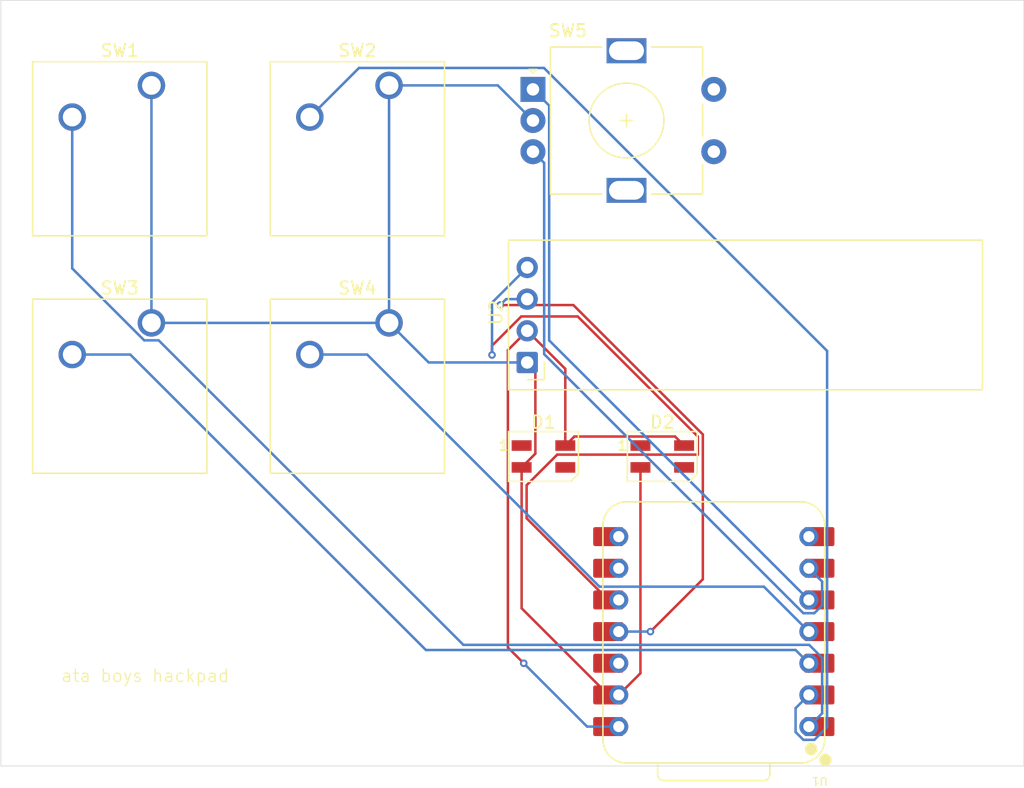
<source format=kicad_pcb>
(kicad_pcb (version 20241229) (generator "pcbnew") (generator_version "9.0")
  (layers (0 "F.Cu" signal) (2 "B.Cu" signal) (13 "F.Paste" user) (15 "B.Paste" user) (5 "F.SilkS" user "F.Silkscreen") (7 "B.SilkS" user "B.Silkscreen") (1 "F.Mask" user) (3 "B.Mask" user) (25 "Edge.Cuts" user))
  (net 0 "")
  (net 1 "GND")
  (net 2 "+5V")
  (net 3 "Net-(D1-DOUT)")
  (net 4 "Net-(D1-DIN)")
  (net 6 "Net-(U1-GPIO26_A0_D0)")
  (net 7 "Net-(U1-GPIO27_A1_D1)")
  (net 8 "Net-(U1-GPIO28_A2_D2)")
  (net 9 "Net-(U1-GPIO29_A3_D3)")
  (net 10 "Net-(U1-GPIO6_D4_SDA)")
  (net 11 "Net-(U1-GPIO7_D5_SCL)")
  (net 12 "Net-(U1-GPIO3_D10_MOSI)")
  (net 13 "Net-(U1-GPIO4_D9_MISO)")
  (footprint "Button_Switch_Keyboard:SW_Cherry_MX_1.00u_PCB" (layer "F.Cu") (at 88.265 61.595)
    (property "Reference" "SW3" (at -2.54 -2.794 0) (layer "F.SilkS"))
    (property "Value" "SW_Push")
    (fp_line (start -9.525 -1.905) (end 4.445 -1.905) (stroke (width 0.12)) (layer "F.SilkS"))
    (fp_line (start -9.525 12.065) (end -9.525 -1.905) (stroke (width 0.12)) (layer "F.SilkS"))
    (fp_line (start 4.445 -1.905) (end 4.445 12.065) (stroke (width 0.12)) (layer "F.SilkS"))
    (fp_line (start 4.445 12.065) (end -9.525 12.065) (stroke (width 0.12)) (layer "F.SilkS"))
    (pad "" np_thru_hole circle (at -7.62 5.08) (size 1.7 1.7) (drill 1.7) (layers "*.Cu" "*.Mask"))
    (pad "" np_thru_hole circle (at -2.54 5.08) (size 4 4) (drill 4) (layers "*.Cu" "*.Mask"))
    (pad "" np_thru_hole circle (at 2.54 5.08) (size 1.7 1.7) (drill 1.7) (layers "*.Cu" "*.Mask"))
    (pad "1" thru_hole circle (at 0 0) (size 2.2 2.2) (drill 1.5) (layers "*.Cu" "*.Mask") (net 1 "GND"))
    (pad "2" thru_hole circle (at -6.35 2.54) (size 2.2 2.2) (drill 1.5) (layers "*.Cu" "*.Mask") (net 8 "Net-(U1-GPIO28_A2_D2)"))
  )
  (footprint "Hackclub Footprints:XIAO-RP2040-DIP" (layer "F.Cu") (at 133.35 86.36 180)
    (property "Reference" "U1" (at -8.5 -12 180) (layer "F.SilkS") (effects (font (size 0.635 0.635) (thickness 0.1016))))
    (property "Value" "XIAO-RP2040-SMD")
    (fp_line (start 8.89 8.509) (end 8.89 -8.636) (stroke (width 0.127)) (layer "F.SilkS"))
    (fp_line (start 6.985 -10.541) (end -6.985 -10.541) (stroke (width 0.1)) (layer "F.SilkS"))
    (fp_line (start 6.985 -10.541) (end -6.985 -10.541) (stroke (width 0.127)) (layer "F.SilkS"))
    (fp_line (start 4.504 -11.451) (end 4.504 -10.541) (stroke (width 0.127)) (layer "F.SilkS"))
    (fp_line (start -3.991272 -11.951) (end 4.004 -11.951) (stroke (width 0.127)) (layer "F.SilkS"))
    (fp_line (start -4.495 -10.541) (end -4.491272 -11.451272) (stroke (width 0.127)) (layer "F.SilkS"))
    (fp_line (start -6.985 10.414) (end 6.985 10.414) (stroke (width 0.127)) (layer "F.SilkS"))
    (fp_line (start -8.89 8.509) (end -8.89 -8.636) (stroke (width 0.127)) (layer "F.SilkS"))
    (fp_arc (start 8.89 8.509) (mid 8.332038 9.856038) (end 6.985 10.414) (stroke (width 0.127)) (layer "F.SilkS"))
    (fp_arc (start 6.985 -10.541) (mid 8.332038 -9.983038) (end 8.89 -8.636) (stroke (width 0.127)) (layer "F.SilkS"))
    (fp_arc (start 4.004 -11.951) (mid 4.357553 -11.804553) (end 4.504 -11.451) (stroke (width 0.127)) (layer "F.SilkS"))
    (fp_arc (start -4.491272 -11.451272) (mid -4.344728 -11.80464) (end -3.991272 -11.951) (stroke (width 0.127)) (layer "F.SilkS"))
    (fp_arc (start -6.985 10.414) (mid -8.332038 9.856038) (end -8.89 8.509) (stroke (width 0.127)) (layer "F.SilkS"))
    (fp_arc (start -8.89 -8.636) (mid -8.332038 -9.983038) (end -6.985 -10.541) (stroke (width 0.127)) (layer "F.SilkS"))
    (fp_circle (center -7.807 -9.42) (end -7.807 -9.674) (stroke (width 0.5)) (fill yes) (layer "F.SilkS"))
    (fp_circle (center -8.95 -10.3) (end -8.95 -10.554) (stroke (width 0.5)) (fill yes) (layer "F.SilkS"))
    (pad "1" smd roundrect (at -8.455 -7.62) (size 2.432 1.524) (layers "F.Cu" "F.Mask") (roundrect_rratio 0.1) (net 6 "Net-(U1-GPIO26_A0_D0)"))
    (pad "1" thru_hole circle (at -7.62 -7.62) (size 1.524 1.524) (drill 0.889) (layers "*.Cu" "*.Mask") (net 6 "Net-(U1-GPIO26_A0_D0)"))
    (pad "2" smd roundrect (at -8.455 -5.08) (size 2.432 1.524) (layers "F.Cu" "F.Mask") (roundrect_rratio 0.1) (net 7 "Net-(U1-GPIO27_A1_D1)"))
    (pad "2" thru_hole circle (at -7.62 -5.08) (size 1.524 1.524) (drill 0.889) (layers "*.Cu" "*.Mask") (net 7 "Net-(U1-GPIO27_A1_D1)"))
    (pad "3" smd roundrect (at -8.455 -2.54) (size 2.432 1.524) (layers "F.Cu" "F.Mask") (roundrect_rratio 0.1) (net 8 "Net-(U1-GPIO28_A2_D2)"))
    (pad "3" thru_hole circle (at -7.62 -2.54) (size 1.524 1.524) (drill 0.889) (layers "*.Cu" "*.Mask") (net 8 "Net-(U1-GPIO28_A2_D2)"))
    (pad "4" smd roundrect (at -8.455 0) (size 2.432 1.524) (layers "F.Cu" "F.Mask") (roundrect_rratio 0.1) (net 9 "Net-(U1-GPIO29_A3_D3)"))
    (pad "4" thru_hole circle (at -7.62 0) (size 1.524 1.524) (drill 0.889) (layers "*.Cu" "*.Mask") (net 9 "Net-(U1-GPIO29_A3_D3)"))
    (pad "5" smd roundrect (at -8.455 2.54) (size 2.432 1.524) (layers "F.Cu" "F.Mask") (roundrect_rratio 0.1) (net 10 "Net-(U1-GPIO6_D4_SDA)"))
    (pad "5" thru_hole circle (at -7.62 2.54) (size 1.524 1.524) (drill 0.889) (layers "*.Cu" "*.Mask") (net 10 "Net-(U1-GPIO6_D4_SDA)"))
    (pad "6" smd roundrect (at -8.455 5.08) (size 2.432 1.524) (layers "F.Cu" "F.Mask") (roundrect_rratio 0.1) (net 11 "Net-(U1-GPIO7_D5_SCL)"))
    (pad "6" thru_hole circle (at -7.62 5.08) (size 1.524 1.524) (drill 0.889) (layers "*.Cu" "*.Mask") (net 11 "Net-(U1-GPIO7_D5_SCL)"))
    (pad "7" smd roundrect (at -8.455 7.62) (size 2.432 1.524) (layers "F.Cu" "F.Mask") (roundrect_rratio 0.1))
    (pad "7" thru_hole circle (at -7.62 7.62) (size 1.524 1.524) (drill 0.889) (layers "*.Cu" "*.Mask"))
    (pad "8" thru_hole circle (at 7.62 7.62 180) (size 1.524 1.524) (drill 0.889) (layers "*.Cu" "*.Mask") (net 4 "Net-(D1-DIN)"))
    (pad "8" smd roundrect (at 8.455 7.62 180) (size 2.432 1.524) (layers "F.Cu" "F.Mask") (roundrect_rratio 0.1) (net 4 "Net-(D1-DIN)"))
    (pad "9" thru_hole circle (at 7.62 5.08 180) (size 1.524 1.524) (drill 0.889) (layers "*.Cu" "*.Mask"))
    (pad "9" smd roundrect (at 8.455 5.08 180) (size 2.432 1.524) (layers "F.Cu" "F.Mask") (roundrect_rratio 0.1))
    (pad "10" thru_hole circle (at 7.62 2.54 180) (size 1.524 1.524) (drill 0.889) (layers "*.Cu" "*.Mask") (net 13 "Net-(U1-GPIO4_D9_MISO)"))
    (pad "10" smd roundrect (at 8.455 2.54 180) (size 2.432 1.524) (layers "F.Cu" "F.Mask") (roundrect_rratio 0.1) (net 13 "Net-(U1-GPIO4_D9_MISO)"))
    (pad "11" thru_hole circle (at 7.62 0 180) (size 1.524 1.524) (drill 0.889) (layers "*.Cu" "*.Mask") (net 12 "Net-(U1-GPIO3_D10_MOSI)"))
    (pad "11" smd roundrect (at 8.455 0 180) (size 2.432 1.524) (layers "F.Cu" "F.Mask") (roundrect_rratio 0.1) (net 12 "Net-(U1-GPIO3_D10_MOSI)"))
    (pad "12" thru_hole circle (at 7.62 -2.54 180) (size 1.524 1.524) (drill 0.889) (layers "*.Cu" "*.Mask"))
    (pad "12" smd roundrect (at 8.455 -2.54 180) (size 2.432 1.524) (layers "F.Cu" "F.Mask") (roundrect_rratio 0.1))
    (pad "13" thru_hole circle (at 7.62 -5.08 180) (size 1.524 1.524) (drill 0.889) (layers "*.Cu" "*.Mask") (net 1 "GND"))
    (pad "13" smd roundrect (at 8.455 -5.08 180) (size 2.432 1.524) (layers "F.Cu" "F.Mask") (roundrect_rratio 0.1) (net 1 "GND"))
    (pad "14" thru_hole circle (at 7.62 -7.62 180) (size 1.524 1.524) (drill 0.889) (layers "*.Cu" "*.Mask") (net 2 "+5V"))
    (pad "14" smd roundrect (at 8.455 -7.62 180) (size 2.432 1.524) (layers "F.Cu" "F.Mask") (roundrect_rratio 0.1) (net 2 "+5V"))
  )
  (footprint "LED_SMD:LED_SK6812MINI_PLCC4_3.5x3.5mm_P1.75mm" (layer "F.Cu") (at 129.21875 72.3125)
    (property "Reference" "D2" (at 0 -2.75 0) (layer "F.SilkS"))
    (property "Value" "SK6812MINI")
    (fp_line (start -2.8 -2) (end -2.8 2) (stroke (width 0.12)) (layer "F.SilkS"))
    (fp_line (start -2.8 -2) (end 2.8 -2) (stroke (width 0.12)) (layer "F.SilkS"))
    (fp_line (start -2.8 2) (end 2.2 2) (stroke (width 0.12)) (layer "F.SilkS"))
    (fp_line (start 2.8 1.4) (end 2.2 2) (stroke (width 0.12)) (layer "F.SilkS"))
    (fp_line (start 2.8 1.4) (end 2.8 -2) (stroke (width 0.12)) (layer "F.SilkS"))
    (fp_text user "1" (at -3.2 -0.875 0) (layer "F.SilkS") (effects (font (size 0.8 0.8))))
    (pad "1" smd rect (at -1.75 -0.875) (size 1.6 0.85) (layers "F.Cu" "F.Mask" "F.Paste"))
    (pad "2" smd rect (at -1.75 0.875) (size 1.6 0.85) (layers "F.Cu" "F.Mask" "F.Paste") (net 1 "GND"))
    (pad "3" smd rect (at 1.75 0.875) (size 1.6 0.85) (layers "F.Cu" "F.Mask" "F.Paste") (net 3 "Net-(D1-DOUT)"))
    (pad "4" smd rect (at 1.75 -0.875) (size 1.6 0.85) (layers "F.Cu" "F.Mask" "F.Paste") (net 2 "+5V"))
  )
  (footprint "Hackclub Footprints:OLED_0.91_128x32" (layer "F.Cu") (at 118.39 64.77 90)
    (property "Reference" "U2" (at 4 -2.5 90) (layer "F.SilkS"))
    (property "Value" "OLED_0.91_128x32")
    (fp_line (start -1.38 0) (end -1.38 1.38) (stroke (width 0.12)) (layer "F.SilkS"))
    (fp_line (start 0 1.38) (end -1.38 1.38) (stroke (width 0.12)) (layer "F.SilkS"))
    (fp_rect (start -2.19 -1.5) (end 9.81 36.5) (stroke (width 0.12)) (fill no) (layer "F.SilkS"))
    (pad "1" thru_hole roundrect (at 0 0 90) (size 1.7 1.7) (drill 1) (layers "*.Cu" "*.Mask") (roundrect_rratio 0.1) (net 1 "GND"))
    (pad "2" thru_hole circle (at 2.54 0 90) (size 1.7 1.7) (drill 1) (layers "*.Cu" "*.Mask") (net 2 "+5V"))
    (pad "3" thru_hole circle (at 5.08 0 90) (size 1.7 1.7) (drill 1) (layers "*.Cu" "*.Mask") (net 12 "Net-(U1-GPIO3_D10_MOSI)"))
    (pad "4" thru_hole circle (at 7.62 0 90) (size 1.7 1.7) (drill 1) (layers "*.Cu" "*.Mask") (net 13 "Net-(U1-GPIO4_D9_MISO)"))
  )
  (footprint "Button_Switch_Keyboard:SW_Cherry_MX_1.00u_PCB" (layer "F.Cu") (at 107.315 61.595)
    (property "Reference" "SW4" (at -2.54 -2.794 0) (layer "F.SilkS"))
    (property "Value" "SW_Push")
    (fp_line (start -9.525 -1.905) (end 4.445 -1.905) (stroke (width 0.12)) (layer "F.SilkS"))
    (fp_line (start -9.525 12.065) (end -9.525 -1.905) (stroke (width 0.12)) (layer "F.SilkS"))
    (fp_line (start 4.445 -1.905) (end 4.445 12.065) (stroke (width 0.12)) (layer "F.SilkS"))
    (fp_line (start 4.445 12.065) (end -9.525 12.065) (stroke (width 0.12)) (layer "F.SilkS"))
    (pad "" np_thru_hole circle (at -7.62 5.08) (size 1.7 1.7) (drill 1.7) (layers "*.Cu" "*.Mask"))
    (pad "" np_thru_hole circle (at -2.54 5.08) (size 4 4) (drill 4) (layers "*.Cu" "*.Mask"))
    (pad "" np_thru_hole circle (at 2.54 5.08) (size 1.7 1.7) (drill 1.7) (layers "*.Cu" "*.Mask"))
    (pad "1" thru_hole circle (at 0 0) (size 2.2 2.2) (drill 1.5) (layers "*.Cu" "*.Mask") (net 1 "GND"))
    (pad "2" thru_hole circle (at -6.35 2.54) (size 2.2 2.2) (drill 1.5) (layers "*.Cu" "*.Mask") (net 9 "Net-(U1-GPIO29_A3_D3)"))
  )
  (footprint "Rotary_Encoder:RotaryEncoder_Alps_EC11E-Switch_Vertical_H20mm" (layer "F.Cu") (at 118.85 42.8625)
    (property "Reference" "SW5" (at 2.8 -4.7 0) (layer "F.SilkS"))
    (property "Value" "RotaryEncoder")
    (fp_line (start -0.3 -1.6) (end 0.3 -1.6) (stroke (width 0.12)) (layer "F.SilkS"))
    (fp_line (start 0 -1.3) (end -0.3 -1.6) (stroke (width 0.12)) (layer "F.SilkS"))
    (fp_line (start 0.3 -1.6) (end 0 -1.3) (stroke (width 0.12)) (layer "F.SilkS"))
    (fp_line (start 1.4 -3.4) (end 1.4 8.4) (stroke (width 0.12)) (layer "F.SilkS"))
    (fp_line (start 5.5 -3.4) (end 1.4 -3.4) (stroke (width 0.12)) (layer "F.SilkS"))
    (fp_line (start 5.5 8.4) (end 1.4 8.4) (stroke (width 0.12)) (layer "F.SilkS"))
    (fp_line (start 7 2.5) (end 8 2.5) (stroke (width 0.12)) (layer "F.SilkS"))
    (fp_line (start 7.5 2) (end 7.5 3) (stroke (width 0.12)) (layer "F.SilkS"))
    (fp_line (start 9.5 -3.4) (end 13.6 -3.4) (stroke (width 0.12)) (layer "F.SilkS"))
    (fp_line (start 13.6 -3.4) (end 13.6 -1) (stroke (width 0.12)) (layer "F.SilkS"))
    (fp_line (start 13.6 1.2) (end 13.6 3.8) (stroke (width 0.12)) (layer "F.SilkS"))
    (fp_line (start 13.6 6) (end 13.6 8.4) (stroke (width 0.12)) (layer "F.SilkS"))
    (fp_line (start 13.6 8.4) (end 9.5 8.4) (stroke (width 0.12)) (layer "F.SilkS"))
    (fp_circle (center 7.5 2.5) (end 10.5 2.5) (stroke (width 0.12)) (fill no) (layer "F.SilkS"))
    (pad "A" thru_hole rect (at 0 0) (size 2 2) (drill 1) (layers "*.Cu" "*.Mask") (net 10 "Net-(U1-GPIO6_D4_SDA)"))
    (pad "B" thru_hole circle (at 0 5) (size 2 2) (drill 1) (layers "*.Cu" "*.Mask") (net 11 "Net-(U1-GPIO7_D5_SCL)"))
    (pad "C" thru_hole circle (at 0 2.5) (size 2 2) (drill 1) (layers "*.Cu" "*.Mask") (net 1 "GND"))
    (pad "MP" thru_hole rect (at 7.5 -3.1) (size 3.2 2) (drill oval 2.8 1.5) (layers "*.Cu" "*.Mask"))
    (pad "MP" thru_hole rect (at 7.5 8.1) (size 3.2 2) (drill oval 2.8 1.5) (layers "*.Cu" "*.Mask"))
    (pad "S1" thru_hole circle (at 14.5 5) (size 2 2) (drill 1) (layers "*.Cu" "*.Mask"))
    (pad "S2" thru_hole circle (at 14.5 0) (size 2 2) (drill 1) (layers "*.Cu" "*.Mask"))
  )
  (footprint "LED_SMD:LED_SK6812MINI_PLCC4_3.5x3.5mm_P1.75mm" (layer "F.Cu") (at 119.69375 72.3125)
    (property "Reference" "D1" (at 0 -2.75 0) (layer "F.SilkS"))
    (property "Value" "SK6812MINI")
    (fp_line (start -2.8 -2) (end -2.8 2) (stroke (width 0.12)) (layer "F.SilkS"))
    (fp_line (start -2.8 -2) (end 2.8 -2) (stroke (width 0.12)) (layer "F.SilkS"))
    (fp_line (start -2.8 2) (end 2.2 2) (stroke (width 0.12)) (layer "F.SilkS"))
    (fp_line (start 2.8 1.4) (end 2.2 2) (stroke (width 0.12)) (layer "F.SilkS"))
    (fp_line (start 2.8 1.4) (end 2.8 -2) (stroke (width 0.12)) (layer "F.SilkS"))
    (fp_text user "1" (at -3.2 -0.875 0) (layer "F.SilkS") (effects (font (size 0.8 0.8))))
    (pad "1" smd rect (at -1.75 -0.875) (size 1.6 0.85) (layers "F.Cu" "F.Mask" "F.Paste") (net 3 "Net-(D1-DOUT)"))
    (pad "2" smd rect (at -1.75 0.875) (size 1.6 0.85) (layers "F.Cu" "F.Mask" "F.Paste") (net 1 "GND"))
    (pad "3" smd rect (at 1.75 0.875) (size 1.6 0.85) (layers "F.Cu" "F.Mask" "F.Paste") (net 4 "Net-(D1-DIN)"))
    (pad "4" smd rect (at 1.75 -0.875) (size 1.6 0.85) (layers "F.Cu" "F.Mask" "F.Paste") (net 2 "+5V"))
  )
  (footprint "Button_Switch_Keyboard:SW_Cherry_MX_1.00u_PCB" (layer "F.Cu") (at 88.265 42.545)
    (property "Reference" "SW1" (at -2.54 -2.794 0) (layer "F.SilkS"))
    (property "Value" "SW_Push")
    (fp_line (start -9.525 -1.905) (end 4.445 -1.905) (stroke (width 0.12)) (layer "F.SilkS"))
    (fp_line (start -9.525 12.065) (end -9.525 -1.905) (stroke (width 0.12)) (layer "F.SilkS"))
    (fp_line (start 4.445 -1.905) (end 4.445 12.065) (stroke (width 0.12)) (layer "F.SilkS"))
    (fp_line (start 4.445 12.065) (end -9.525 12.065) (stroke (width 0.12)) (layer "F.SilkS"))
    (pad "" np_thru_hole circle (at -7.62 5.08) (size 1.7 1.7) (drill 1.7) (layers "*.Cu" "*.Mask"))
    (pad "" np_thru_hole circle (at -2.54 5.08) (size 4 4) (drill 4) (layers "*.Cu" "*.Mask"))
    (pad "" np_thru_hole circle (at 2.54 5.08) (size 1.7 1.7) (drill 1.7) (layers "*.Cu" "*.Mask"))
    (pad "1" thru_hole circle (at 0 0) (size 2.2 2.2) (drill 1.5) (layers "*.Cu" "*.Mask") (net 1 "GND"))
    (pad "2" thru_hole circle (at -6.35 2.54) (size 2.2 2.2) (drill 1.5) (layers "*.Cu" "*.Mask") (net 6 "Net-(U1-GPIO26_A0_D0)"))
  )
  (footprint "Button_Switch_Keyboard:SW_Cherry_MX_1.00u_PCB" (layer "F.Cu") (at 107.315 42.545)
    (property "Reference" "SW2" (at -2.54 -2.794 0) (layer "F.SilkS"))
    (property "Value" "SW_Push")
    (fp_line (start -9.525 -1.905) (end 4.445 -1.905) (stroke (width 0.12)) (layer "F.SilkS"))
    (fp_line (start -9.525 12.065) (end -9.525 -1.905) (stroke (width 0.12)) (layer "F.SilkS"))
    (fp_line (start 4.445 -1.905) (end 4.445 12.065) (stroke (width 0.12)) (layer "F.SilkS"))
    (fp_line (start 4.445 12.065) (end -9.525 12.065) (stroke (width 0.12)) (layer "F.SilkS"))
    (pad "" np_thru_hole circle (at -7.62 5.08) (size 1.7 1.7) (drill 1.7) (layers "*.Cu" "*.Mask"))
    (pad "" np_thru_hole circle (at -2.54 5.08) (size 4 4) (drill 4) (layers "*.Cu" "*.Mask"))
    (pad "" np_thru_hole circle (at 2.54 5.08) (size 1.7 1.7) (drill 1.7) (layers "*.Cu" "*.Mask"))
    (pad "1" thru_hole circle (at 0 0) (size 2.2 2.2) (drill 1.5) (layers "*.Cu" "*.Mask") (net 1 "GND"))
    (pad "2" thru_hole circle (at -6.35 2.54) (size 2.2 2.2) (drill 1.5) (layers "*.Cu" "*.Mask") (net 7 "Net-(U1-GPIO27_A1_D1)"))
  )
  (gr_rect (start 76.2 35.71875) (end 158.206256 97.142172) (stroke (width 0.05)) (fill no) (layer "Edge.Cuts"))
  (gr_text "ata boys hackpad" (at 80.9625 90.4875 0) (layer "F.SilkS") (effects (font (size 1 1) (thickness 0.1)) (justify left bottom)))
  (segment (start 119.04475 65.42475) (end 118.39 64.77) (width 0.2) (layer "F.Cu") (net 1))
  (segment (start 117.94375 84.48875) (end 117.94375 73.1875) (width 0.2) (layer "F.Cu") (net 1))
  (segment (start 127.46875 73.1875) (end 127.46875 89.70125) (width 0.2) (layer "F.Cu") (net 1))
  (segment (start 117.94375 73.1875) (end 119.04475 72.0865) (width 0.2) (layer "F.Cu") (net 1))
  (segment (start 119.04475 72.0865) (end 119.04475 65.42475) (width 0.2) (layer "F.Cu") (net 1))
  (segment (start 124.895 91.44) (end 117.94375 84.48875) (width 0.2) (layer "F.Cu") (net 1))
  (segment (start 127.46875 89.70125) (end 125.73 91.44) (width 0.2) (layer "F.Cu") (net 1))
  (segment (start 88.265 61.595) (end 107.315 61.595) (width 0.2) (layer "B.Cu") (net 1))
  (segment (start 88.265 42.545) (end 88.265 61.595) (width 0.2) (layer "B.Cu") (net 1))
  (segment (start 107.315 61.595) (end 107.315 42.545) (width 0.2) (layer "B.Cu") (net 1))
  (segment (start 110.49 64.77) (end 107.315 61.595) (width 0.2) (layer "B.Cu") (net 1))
  (segment (start 118.85 45.3625) (end 116.0325 42.545) (width 0.2) (layer "B.Cu") (net 1))
  (segment (start 118.39 64.77) (end 110.49 64.77) (width 0.2) (layer "B.Cu") (net 1))
  (segment (start 116.0325 42.545) (end 107.315 42.545) (width 0.2) (layer "B.Cu") (net 1))
  (segment (start 118.11 88.9) (end 116.84275 87.63275) (width 0.2) (layer "F.Cu") (net 2))
  (segment (start 122.16975 70.7115) (end 121.44375 71.4375) (width 0.2) (layer "F.Cu") (net 2))
  (segment (start 116.84275 63.77725) (end 118.39 62.23) (width 0.2) (layer "F.Cu") (net 2))
  (segment (start 121.44375 71.4375) (end 121.44375 65.28375) (width 0.2) (layer "F.Cu") (net 2))
  (segment (start 116.84275 87.63275) (end 116.84275 63.77725) (width 0.2) (layer "F.Cu") (net 2))
  (segment (start 121.44375 65.28375) (end 118.39 62.23) (width 0.2) (layer "F.Cu") (net 2))
  (segment (start 130.24275 70.7115) (end 122.16975 70.7115) (width 0.2) (layer "F.Cu") (net 2))
  (segment (start 130.96875 71.4375) (end 130.24275 70.7115) (width 0.2) (layer "F.Cu") (net 2))
  (via (at 118.11 88.9) (size 0.6) (drill 0.3) (layers "F.Cu" "B.Cu") (net 2))
  (segment (start 125.73 93.98) (end 123.19 93.98) (width 0.2) (layer "B.Cu") (net 2))
  (segment (start 123.19 93.98) (end 118.11 88.9) (width 0.2) (layer "B.Cu") (net 2))
  (segment (start 113.272314 87.423) (end 140.99631 87.423) (width 0.2) (layer "B.Cu") (net 6))
  (segment (start 81.915 45.085) (end 81.915 57.226314) (width 0.2) (layer "B.Cu") (net 6))
  (segment (start 142.033 88.45969) (end 142.033 92.917) (width 0.2) (layer "B.Cu") (net 6))
  (segment (start 81.915 57.226314) (end 87.684686 62.996) (width 0.2) (layer "B.Cu") (net 6))
  (segment (start 142.033 92.917) (end 140.97 93.98) (width 0.2) (layer "B.Cu") (net 6))
  (segment (start 140.99631 87.423) (end 142.033 88.45969) (width 0.2) (layer "B.Cu") (net 6))
  (segment (start 88.845314 62.996) (end 113.272314 87.423) (width 0.2) (layer "B.Cu") (net 6))
  (segment (start 87.684686 62.996) (end 88.845314 62.996) (width 0.2) (layer "B.Cu") (net 6))
  (segment (start 142.434 94.01931) (end 142.434 63.8445) (width 0.2) (layer "B.Cu") (net 7))
  (segment (start 141.41031 95.043) (end 142.434 94.01931) (width 0.2) (layer "B.Cu") (net 7))
  (segment (start 119.7335 41.144) (end 104.906 41.144) (width 0.2) (layer "B.Cu") (net 7))
  (segment (start 104.906 41.144) (end 100.965 45.085) (width 0.2) (layer "B.Cu") (net 7))
  (segment (start 142.434 63.8445) (end 119.7335 41.144) (width 0.2) (layer "B.Cu") (net 7))
  (segment (start 139.907 94.42031) (end 140.52969 95.043) (width 0.2) (layer "B.Cu") (net 7))
  (segment (start 140.97 91.44) (end 139.907 92.503) (width 0.2) (layer "B.Cu") (net 7))
  (segment (start 140.52969 95.043) (end 141.41031 95.043) (width 0.2) (layer "B.Cu") (net 7))
  (segment (start 139.907 92.503) (end 139.907 94.42031) (width 0.2) (layer "B.Cu") (net 7))
  (segment (start 110.26853 87.837) (end 139.907 87.837) (width 0.2) (layer "B.Cu") (net 8))
  (segment (start 139.907 87.837) (end 140.97 88.9) (width 0.2) (layer "B.Cu") (net 8))
  (segment (start 81.915 64.135) (end 86.56653 64.135) (width 0.2) (layer "B.Cu") (net 8))
  (segment (start 86.56653 64.135) (end 110.26853 87.837) (width 0.2) (layer "B.Cu") (net 8))
  (segment (start 124.181816 82.757) (end 137.367 82.757) (width 0.2) (layer "B.Cu") (net 9))
  (segment (start 105.559816 64.135) (end 124.181816 82.757) (width 0.2) (layer "B.Cu") (net 9))
  (segment (start 137.367 82.757) (end 140.97 86.36) (width 0.2) (layer "B.Cu") (net 9))
  (segment (start 100.965 64.135) (end 105.559816 64.135) (width 0.2) (layer "B.Cu") (net 9))
  (segment (start 118.85 42.8625) (end 120.151 44.1635) (width 0.2) (layer "B.Cu") (net 10))
  (segment (start 120.151 63.001) (end 140.97 83.82) (width 0.2) (layer "B.Cu") (net 10))
  (segment (start 120.151 44.1635) (end 120.151 63.001) (width 0.2) (layer "B.Cu") (net 10))
  (segment (start 142.033 82.343) (end 142.033 84.26031) (width 0.2) (layer "B.Cu") (net 11))
  (segment (start 142.033 84.26031) (end 141.41031 84.883) (width 0.2) (layer "B.Cu") (net 11))
  (segment (start 119.75 64.10331) (end 119.75 48.7625) (width 0.2) (layer "B.Cu") (net 11))
  (segment (start 119.75 48.7625) (end 118.85 47.8625) (width 0.2) (layer "B.Cu") (net 11))
  (segment (start 141.41031 84.883) (end 140.52969 84.883) (width 0.2) (layer "B.Cu") (net 11))
  (segment (start 140.52969 84.883) (end 119.75 64.10331) (width 0.2) (layer "B.Cu") (net 11))
  (segment (start 140.97 81.28) (end 142.033 82.343) (width 0.2) (layer "B.Cu") (net 11))
  (segment (start 116.22249 60.16604) (end 122.09139 60.16604) (width 0.2) (layer "F.Cu") (net 12))
  (segment (start 132.47075 82.15925) (end 128.27 86.36) (width 0.2) (layer "F.Cu") (net 12))
  (segment (start 132.47075 70.5454) (end 132.47075 82.15925) (width 0.2) (layer "F.Cu") (net 12))
  (segment (start 122.09139 60.16604) (end 132.47075 70.5454) (width 0.2) (layer "F.Cu") (net 12))
  (via (at 128.27 86.36) (size 0.6) (drill 0.3) (layers "F.Cu" "B.Cu") (net 12))
  (via (at 116.22249 60.16604) (size 0.6) (drill 0.3) (layers "F.Cu" "B.Cu") (net 12))
  (segment (start 128.27 86.36) (end 125.73 86.36) (width 0.2) (layer "B.Cu") (net 12))
  (segment (start 116.69853 59.69) (end 116.22249 60.16604) (width 0.2) (layer "B.Cu") (net 12))
  (segment (start 118.39 59.69) (end 116.69853 59.69) (width 0.2) (layer "B.Cu") (net 12))
  (segment (start 122.43725 61.079) (end 132.06975 70.7115) (width 0.2) (layer "F.Cu") (net 13))
  (segment (start 115.57 64.17) (end 115.57 63.42224) (width 0.2) (layer "F.Cu") (net 13))
  (segment (start 118.34475 77.26975) (end 124.895 83.82) (width 0.2) (layer "F.Cu") (net 13))
  (segment (start 117.91324 61.079) (end 122.43725 61.079) (width 0.2) (layer "F.Cu") (net 13))
  (segment (start 118.34475 74.6135) (end 118.34475 77.26975) (width 0.2) (layer "F.Cu") (net 13))
  (segment (start 132.06975 70.7115) (end 132.06975 72.1635) (width 0.2) (layer "F.Cu") (net 13))
  (segment (start 132.06975 72.1635) (end 120.79475 72.1635) (width 0.2) (layer "F.Cu") (net 13))
  (segment (start 120.79475 72.1635) (end 118.34475 74.6135) (width 0.2) (layer "F.Cu") (net 13))
  (segment (start 115.57 63.42224) (end 117.91324 61.079) (width 0.2) (layer "F.Cu") (net 13))
  (via (at 115.57 64.17) (size 0.6) (drill 0.3) (layers "F.Cu" "B.Cu") (net 13))
  (segment (start 115.57 59.97) (end 115.57 64.17) (width 0.2) (layer "B.Cu") (net 13))
  (segment (start 118.39 57.15) (end 115.57 59.97) (width 0.2) (layer "B.Cu") (net 13))
)
</source>
